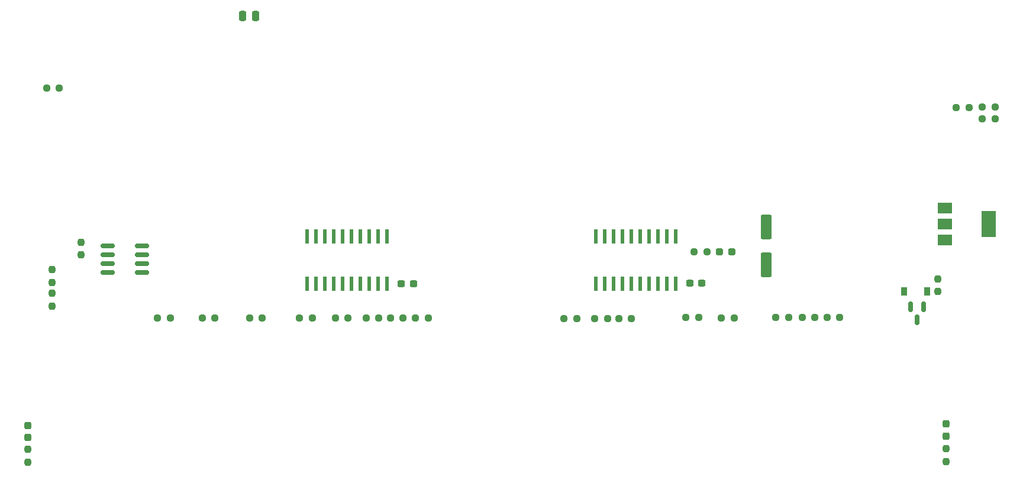
<source format=gbr>
G04 #@! TF.GenerationSoftware,KiCad,Pcbnew,(6.0.4)*
G04 #@! TF.CreationDate,2022-04-12T16:42:45-04:00*
G04 #@! TF.ProjectId,Teensy_16,5465656e-7379-45f3-9136-2e6b69636164,v1*
G04 #@! TF.SameCoordinates,Original*
G04 #@! TF.FileFunction,Paste,Top*
G04 #@! TF.FilePolarity,Positive*
%FSLAX46Y46*%
G04 Gerber Fmt 4.6, Leading zero omitted, Abs format (unit mm)*
G04 Created by KiCad (PCBNEW (6.0.4)) date 2022-04-12 16:42:45*
%MOMM*%
%LPD*%
G01*
G04 APERTURE LIST*
G04 Aperture macros list*
%AMRoundRect*
0 Rectangle with rounded corners*
0 $1 Rounding radius*
0 $2 $3 $4 $5 $6 $7 $8 $9 X,Y pos of 4 corners*
0 Add a 4 corners polygon primitive as box body*
4,1,4,$2,$3,$4,$5,$6,$7,$8,$9,$2,$3,0*
0 Add four circle primitives for the rounded corners*
1,1,$1+$1,$2,$3*
1,1,$1+$1,$4,$5*
1,1,$1+$1,$6,$7*
1,1,$1+$1,$8,$9*
0 Add four rect primitives between the rounded corners*
20,1,$1+$1,$2,$3,$4,$5,0*
20,1,$1+$1,$4,$5,$6,$7,0*
20,1,$1+$1,$6,$7,$8,$9,0*
20,1,$1+$1,$8,$9,$2,$3,0*%
G04 Aperture macros list end*
%ADD10R,2.000000X1.500000*%
%ADD11R,2.000000X3.800000*%
%ADD12RoundRect,0.237500X-0.250000X-0.237500X0.250000X-0.237500X0.250000X0.237500X-0.250000X0.237500X0*%
%ADD13RoundRect,0.250000X0.250000X0.475000X-0.250000X0.475000X-0.250000X-0.475000X0.250000X-0.475000X0*%
%ADD14RoundRect,0.237500X-0.300000X-0.237500X0.300000X-0.237500X0.300000X0.237500X-0.300000X0.237500X0*%
%ADD15R,0.900000X1.200000*%
%ADD16RoundRect,0.237500X0.237500X-0.250000X0.237500X0.250000X-0.237500X0.250000X-0.237500X-0.250000X0*%
%ADD17RoundRect,0.237500X-0.237500X0.287500X-0.237500X-0.287500X0.237500X-0.287500X0.237500X0.287500X0*%
%ADD18RoundRect,0.237500X-0.237500X0.250000X-0.237500X-0.250000X0.237500X-0.250000X0.237500X0.250000X0*%
%ADD19RoundRect,0.237500X-0.287500X-0.237500X0.287500X-0.237500X0.287500X0.237500X-0.287500X0.237500X0*%
%ADD20R,0.558800X2.159000*%
%ADD21RoundRect,0.150000X0.825000X0.150000X-0.825000X0.150000X-0.825000X-0.150000X0.825000X-0.150000X0*%
%ADD22RoundRect,0.250000X0.550000X-1.500000X0.550000X1.500000X-0.550000X1.500000X-0.550000X-1.500000X0*%
%ADD23RoundRect,0.237500X0.250000X0.237500X-0.250000X0.237500X-0.250000X-0.237500X0.250000X-0.237500X0*%
%ADD24RoundRect,0.150000X-0.150000X0.587500X-0.150000X-0.587500X0.150000X-0.587500X0.150000X0.587500X0*%
G04 APERTURE END LIST*
D10*
X209817000Y-95099800D03*
D11*
X216117000Y-97399800D03*
D10*
X209817000Y-97399800D03*
X209817000Y-99699800D03*
D12*
X211454500Y-80699800D03*
X213279500Y-80699800D03*
D13*
X111217000Y-67599800D03*
X109317000Y-67599800D03*
D14*
X132029500Y-105949800D03*
X133754500Y-105949800D03*
X173304500Y-105899800D03*
X175029500Y-105899800D03*
D15*
X203967000Y-107049800D03*
X207267000Y-107049800D03*
D16*
X86167000Y-101812300D03*
X86167000Y-99987300D03*
D17*
X78567000Y-126224800D03*
X78567000Y-127974800D03*
X209967000Y-126024800D03*
X209967000Y-127774800D03*
D18*
X78567000Y-129687300D03*
X78567000Y-131512300D03*
X209967000Y-129587300D03*
X209967000Y-131412300D03*
D19*
X177592000Y-101399800D03*
X179342000Y-101399800D03*
D20*
X171332000Y-99171600D03*
X170062000Y-99171600D03*
X168792000Y-99171600D03*
X167522000Y-99171600D03*
X166252000Y-99171600D03*
X164982000Y-99171600D03*
X163712000Y-99171600D03*
X162442000Y-99171600D03*
X161172000Y-99171600D03*
X159902000Y-99171600D03*
X159902000Y-105928000D03*
X161172000Y-105928000D03*
X162442000Y-105928000D03*
X163712000Y-105928000D03*
X164982000Y-105928000D03*
X166252000Y-105928000D03*
X167522000Y-105928000D03*
X168792000Y-105928000D03*
X170062000Y-105928000D03*
X171332000Y-105928000D03*
X129982000Y-99171600D03*
X128712000Y-99171600D03*
X127442000Y-99171600D03*
X126172000Y-99171600D03*
X124902000Y-99171600D03*
X123632000Y-99171600D03*
X122362000Y-99171600D03*
X121092000Y-99171600D03*
X119822000Y-99171600D03*
X118552000Y-99171600D03*
X118552000Y-105928000D03*
X119822000Y-105928000D03*
X121092000Y-105928000D03*
X122362000Y-105928000D03*
X123632000Y-105928000D03*
X124902000Y-105928000D03*
X126172000Y-105928000D03*
X127442000Y-105928000D03*
X128712000Y-105928000D03*
X129982000Y-105928000D03*
D21*
X94942000Y-104304800D03*
X94942000Y-103034800D03*
X94942000Y-101764800D03*
X94942000Y-100494800D03*
X89992000Y-100494800D03*
X89992000Y-101764800D03*
X89992000Y-103034800D03*
X89992000Y-104304800D03*
D16*
X82017000Y-109162300D03*
X82017000Y-107337300D03*
X82017000Y-105762300D03*
X82017000Y-103937300D03*
D12*
X173954500Y-101399800D03*
X175779500Y-101399800D03*
D22*
X184267000Y-103249800D03*
X184267000Y-97849800D03*
D23*
X83079500Y-77899800D03*
X81254500Y-77899800D03*
X217004500Y-82324800D03*
X215179500Y-82324800D03*
D12*
X215179500Y-80649800D03*
X217004500Y-80649800D03*
X172754500Y-110799800D03*
X174579500Y-110799800D03*
D23*
X124404500Y-110849800D03*
X122579500Y-110849800D03*
D12*
X130454500Y-110849800D03*
X132279500Y-110849800D03*
D23*
X98979500Y-110849800D03*
X97154500Y-110849800D03*
X105354500Y-110849800D03*
X103529500Y-110849800D03*
D24*
X206767000Y-109262300D03*
X204867000Y-109262300D03*
X205817000Y-111137300D03*
D23*
X119279500Y-110849800D03*
X117454500Y-110849800D03*
X161529500Y-110899800D03*
X159704500Y-110899800D03*
D12*
X134054500Y-110849800D03*
X135879500Y-110849800D03*
D23*
X157129500Y-110899800D03*
X155304500Y-110899800D03*
X112129500Y-110849800D03*
X110304500Y-110849800D03*
D12*
X163154500Y-110899800D03*
X164979500Y-110899800D03*
X192954500Y-110799800D03*
X194779500Y-110799800D03*
D18*
X208817000Y-105237300D03*
X208817000Y-107062300D03*
D12*
X189404500Y-110799800D03*
X191229500Y-110799800D03*
X185604500Y-110799800D03*
X187429500Y-110799800D03*
X177854500Y-110849800D03*
X179679500Y-110849800D03*
X127004500Y-110849800D03*
X128829500Y-110849800D03*
M02*

</source>
